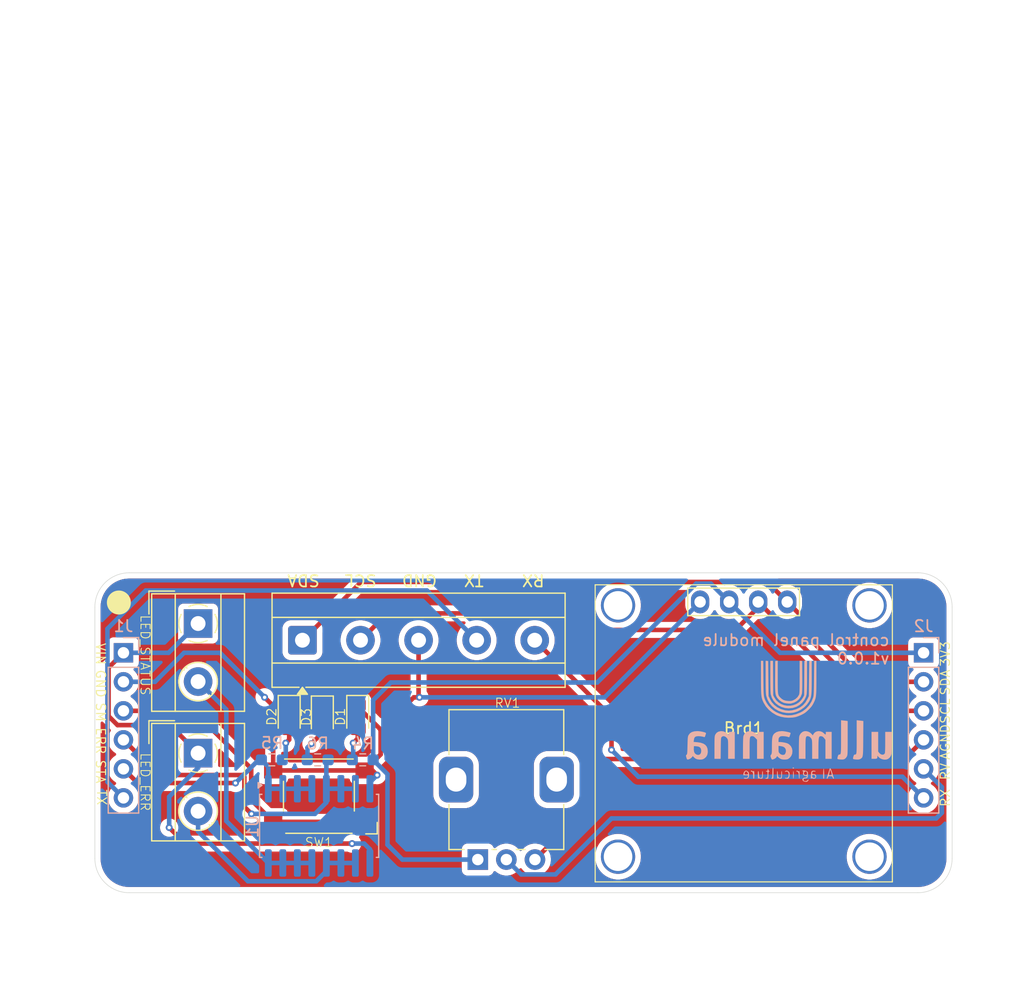
<source format=kicad_pcb>
(kicad_pcb (version 20241229) (generator "pcbnew") (generator_version "9.0")
  (layers (0 "F.Cu" signal) (2 "B.Cu" signal) (13 "F.Paste" user) (15 "B.Paste" user) (5 "F.SilkS" user "F.Silkscreen") (7 "B.SilkS" user "B.Silkscreen") (1 "F.Mask" user) (3 "B.Mask" user) (25 "Edge.Cuts" user))
  (net 0 "")
  (net 1 "+3.3V")
  (net 2 "/Communication/SDA")
  (net 3 "/Communication/SCL")
  (net 4 "GND")
  (net 5 "Net-(D1-A)")
  (net 6 "Net-(D2-A)")
  (net 7 "Net-(D3-A)")
  (net 8 "/Indicators/STATUS")
  (net 9 "/Communication/TX")
  (net 10 "/Buttons/SW_MODE")
  (net 11 "+Vin")
  (net 12 "/Indicators/ERR")
  (net 13 "/Communication/RX")
  (net 14 "/Buttons/RV_SPEED")
  (net 15 "AGND")
  (net 16 "Net-(J3-Pin_2)")
  (net 17 "Net-(J4-Pin_2)")
  (footprint "LED_SMD:LED_0805_2012Metric_Pad1.15x1.40mm_HandSolder" (layer "F.Cu") (at 86.5 62.6 -90)
    (property "Reference" "D1" (at 0 1.525 270) (layer "F.SilkS") (effects (font (size 0.8 0.8) (thickness 0.1))))
    (property "Value" "LED_GREEN")
    (pad "1" smd roundrect (at -1.025 0 270) (size 1.15 1.4) (layers "F.Cu" "F.Mask" "F.Paste") (roundrect_rratio 0.217391) (net 4 "GND"))
    (pad "2" smd roundrect (at 1.025 0 270) (size 1.15 1.4) (layers "F.Cu" "F.Mask" "F.Paste") (roundrect_rratio 0.217391) (net 5 "Net-(D1-A)"))
  )
  (footprint "LED_SMD:LED_0805_2012Metric_Pad1.15x1.40mm_HandSolder" (layer "F.Cu") (at 80.5 62.6 -90)
    (property "Reference" "D2" (at 0 1.525 270) (layer "F.SilkS") (effects (font (size 0.8 0.8) (thickness 0.1))))
    (property "Value" "LED_ORANGE")
    (pad "1" smd roundrect (at -1.025 0 270) (size 1.15 1.4) (layers "F.Cu" "F.Mask" "F.Paste") (roundrect_rratio 0.217391) (net 4 "GND"))
    (pad "2" smd roundrect (at 1.025 0 270) (size 1.15 1.4) (layers "F.Cu" "F.Mask" "F.Paste") (roundrect_rratio 0.217391) (net 6 "Net-(D2-A)"))
  )
  (footprint "TerminalBlock_MetzConnect:TerminalBlock_MetzConnect_Type101_RT01602HBWC_1x02_P5.08mm_Horizontal" (layer "F.Cu") (at 72.53 65.785 -90)
    (property "Reference" "J4" (hide yes))
    (property "Value" "1x3 5.08")
    (pad "1" thru_hole rect (at 0 0 270) (size 2.5 2.5) (drill 1.3) (layers "*.Cu" "*.Mask") (net 11 "+Vin"))
    (pad "2" thru_hole circle (at 5.08 0 270) (size 2.5 2.5) (drill 1.3) (layers "*.Cu" "*.Mask") (net 17 "Net-(J4-Pin_2)"))
  )
  (footprint "SSD1306_CPM:128x64OLED" (layer "F.Cu") (at 120.27 63.35)
    (property "Reference" "Brd1" (at 0 0.254 0) (layer "F.SilkS"))
    (property "Value" "SSD1306")
    (pad "" np_thru_hole circle (at -11 -10.5) (size 3 3) (drill 2.5) (layers "*.Cu" "*.Mask"))
    (pad "" np_thru_hole circle (at -11 11.5) (size 3 3) (drill 2.5) (layers "*.Cu" "*.Mask"))
    (pad "" np_thru_hole circle (at 11 -10.5) (size 3 3) (drill 2.5) (layers "*.Cu" "*.Mask"))
    (pad "" np_thru_hole circle (at 11 11.5) (size 3 3) (drill 2.5) (layers "*.Cu" "*.Mask"))
    (pad "1" thru_hole oval (at -3.82 -10.802 90) (size 2 1.6) (drill 1) (layers "*.Cu" "*.Mask") (net 4 "GND"))
    (pad "2" thru_hole oval (at -1.28 -10.802 90) (size 2 1.6) (drill 1) (layers "*.Cu" "*.Mask") (net 1 "+3.3V"))
    (pad "3" thru_hole oval (at 1.26 -10.802 90) (size 2 1.6) (drill 1) (layers "*.Cu" "*.Mask") (net 3 "/Communication/SCL"))
    (pad "4" thru_hole oval (at 3.8 -10.802 90) (size 2 1.6) (drill 1) (layers "*.Cu" "*.Mask") (net 2 "/Communication/SDA"))
  )
  (footprint "TerminalBlock_MetzConnect:TerminalBlock_MetzConnect_Type101_RT01602HBWC_1x02_P5.08mm_Horizontal" (layer "F.Cu") (at 72.53 54.44 -90)
    (property "Reference" "J3" (hide yes))
    (property "Value" "1x2 5.08")
    (pad "1" thru_hole rect (at 0 0 270) (size 2.5 2.5) (drill 1.3) (layers "*.Cu" "*.Mask") (net 11 "+Vin"))
    (pad "2" thru_hole circle (at 5.08 0 270) (size 2.5 2.5) (drill 1.3) (layers "*.Cu" "*.Mask") (net 16 "Net-(J3-Pin_2)"))
  )
  (footprint "Potentiometer_THT:Potentiometer_Alps_RK09K_Single_Vertical" (layer "F.Cu") (at 97 75.1 90)
    (property "Reference" "RV1" (at 13.7 2.6 0) (layer "F.SilkS") (effects (font (size 0.8 0.8) (thickness 0.08))))
    (property "Value" "100k")
    (pad "1" thru_hole rect (at 0 0 90) (size 1.8 1.8) (drill 1) (layers "*.Cu" "*.Mask") (net 1 "+3.3V"))
    (pad "2" thru_hole circle (at 0 2.5 90) (size 1.8 1.8) (drill 1) (layers "*.Cu" "*.Mask") (net 14 "/Buttons/RV_SPEED"))
    (pad "3" thru_hole circle (at 0 5 90) (size 1.8 1.8) (drill 1) (layers "*.Cu" "*.Mask") (net 15 "AGND"))
    (pad "MP" thru_hole roundrect (at 7 -1.9 90) (size 4 3) (drill oval 2.1 1.8) (layers "*.Cu" "*.Mask"))
    (pad "MP" thru_hole roundrect (at 7 6.9 90) (size 4 3) (drill oval 2.1 1.8) (layers "*.Cu" "*.Mask"))
  )
  (footprint "Button_Switch_SMD:SW_SPST_Omron_B3FS-105xP" (layer "F.Cu") (at 83.1 69.55 180)
    (property "Reference" "SW1" (at 0 -4.05 0) (layer "F.SilkS") (effects (font (size 0.8 0.8) (thickness 0.08))))
    (property "Value" "BTN")
    (pad "1" smd rect (at -4 -2.25) (size 1.6 1.4) (layers "F.Cu" "F.Mask" "F.Paste") (net 10 "/Buttons/SW_MODE"))
    (pad "1" smd rect (at 4 -2.25) (size 1.6 1.4) (layers "F.Cu" "F.Mask" "F.Paste") (net 10 "/Buttons/SW_MODE"))
    (pad "2" smd rect (at -4 2.25) (size 1.6 1.4) (layers "F.Cu" "F.Mask" "F.Paste") (net 4 "GND"))
    (pad "2" smd rect (at 4 2.25) (size 1.6 1.4) (layers "F.Cu" "F.Mask" "F.Paste") (net 4 "GND"))
  )
  (footprint "TerminalBlock_MetzConnect:TerminalBlock_MetzConnect_Type101_RT01605HBWC_1x05_P5.08mm_Horizontal" (layer "F.Cu") (at 81.66 55.9)
    (property "Reference" "J5" (hide yes))
    (property "Value" "1x5 5.08")
    (pad "1" thru_hole roundrect (at 0 0) (size 2.5 2.5) (drill 1.3) (layers "*.Cu" "*.Mask") (roundrect_rratio 0.1) (net 2 "/Communication/SDA"))
    (pad "2" thru_hole circle (at 5.08 0) (size 2.5 2.5) (drill 1.3) (layers "*.Cu" "*.Mask") (net 3 "/Communication/SCL"))
    (pad "3" thru_hole circle (at 10.16 0) (size 2.5 2.5) (drill 1.3) (layers "*.Cu" "*.Mask") (net 4 "GND"))
    (pad "4" thru_hole circle (at 15.24 0) (size 2.5 2.5) (drill 1.3) (layers "*.Cu" "*.Mask") (net 9 "/Communication/TX"))
    (pad "5" thru_hole circle (at 20.32 0) (size 2.5 2.5) (drill 1.3) (layers "*.Cu" "*.Mask") (net 13 "/Communication/RX"))
  )
  (footprint "LED_SMD:LED_0805_2012Metric_Pad1.15x1.40mm_HandSolder" (layer "F.Cu") (at 83.4 62.645 -90)
    (property "Reference" "D3" (at -0.02 1.4 270) (layer "F.SilkS") (effects (font (size 0.8 0.8) (thickness 0.1))))
    (property "Value" "LED_RED")
    (pad "1" smd roundrect (at -1.025 0 270) (size 1.15 1.4) (layers "F.Cu" "F.Mask" "F.Paste") (roundrect_rratio 0.217391) (net 4 "GND"))
    (pad "2" smd roundrect (at 1.025 0 270) (size 1.15 1.4) (layers "F.Cu" "F.Mask" "F.Paste") (roundrect_rratio 0.217391) (net 7 "Net-(D3-A)"))
  )
  (footprint "Connector_PinHeader_2.54mm:PinHeader_1x06_P2.54mm_Vertical" (layer "B.Cu") (at 66 57 180)
    (property "Reference" "J1" (at 0 2.33 0) (layer "B.SilkS") (effects (justify mirror)))
    (property "Value" "1x6 2.54")
    (pad "1" thru_hole rect (at 0 0 180) (size 1.7 1.7) (drill 1) (layers "*.Cu" "*.Mask") (net 11 "+Vin"))
    (pad "2" thru_hole oval (at 0 -2.54 180) (size 1.7 1.7) (drill 1) (layers "*.Cu" "*.Mask") (net 4 "GND"))
    (pad "3" thru_hole oval (at 0 -5.08 180) (size 1.7 1.7) (drill 1) (layers "*.Cu" "*.Mask") (net 10 "/Buttons/SW_MODE"))
    (pad "4" thru_hole oval (at 0 -7.62 180) (size 1.7 1.7) (drill 1) (layers "*.Cu" "*.Mask") (net 12 "/Indicators/ERR"))
    (pad "5" thru_hole oval (at 0 -10.16 180) (size 1.7 1.7) (drill 1) (layers "*.Cu" "*.Mask") (net 8 "/Indicators/STATUS"))
    (pad "6" thru_hole oval (at 0 -12.7 180) (size 1.7 1.7) (drill 1) (layers "*.Cu" "*.Mask") (net 9 "/Communication/TX"))
  )
  (footprint "Resistor_SMD:R_0603_1608Metric_Pad0.98x0.95mm_HandSolder" (layer "B.Cu") (at 78.9775 66.37)
    (property "Reference" "R5" (at 0.0225 -1.47 0) (layer "B.SilkS") (effects (justify mirror)))
    (property "Value" "1k")
    (pad "1" smd roundrect (at -0.9125 0) (size 0.975 0.95) (layers "B.Cu" "B.Mask" "B.Paste") (net 8 "/Indicators/STATUS"))
    (pad "2" smd roundrect (at 0.9125 0) (size 0.975 0.95) (layers "B.Cu" "B.Mask" "B.Paste") (net 6 "Net-(D2-A)"))
  )
  (footprint "Connector_PinHeader_2.54mm:PinHeader_1x06_P2.54mm_Vertical" (layer "B.Cu") (at 136 57 180)
    (property "Reference" "J2" (at 0 2.33 0) (layer "B.SilkS") (effects (justify mirror)))
    (property "Value" "1x6 2.54")
    (pad "1" thru_hole rect (at 0 0 180) (size 1.7 1.7) (drill 1) (layers "*.Cu" "*.Mask") (net 1 "+3.3V"))
    (pad "2" thru_hole oval (at 0 -2.54 180) (size 1.7 1.7) (drill 1) (layers "*.Cu" "*.Mask") (net 2 "/Communication/SDA"))
    (pad "3" thru_hole oval (at 0 -5.08 180) (size 1.7 1.7) (drill 1) (layers "*.Cu" "*.Mask") (net 3 "/Communication/SCL"))
    (pad "4" thru_hole oval (at 0 -7.62 180) (size 1.7 1.7) (drill 1) (layers "*.Cu" "*.Mask") (net 15 "AGND"))
    (pad "5" thru_hole oval (at 0 -10.16 180) (size 1.7 1.7) (drill 1) (layers "*.Cu" "*.Mask") (net 14 "/Buttons/RV_SPEED"))
    (pad "6" thru_hole oval (at 0 -12.7 180) (size 1.7 1.7) (drill 1) (layers "*.Cu" "*.Mask") (net 13 "/Communication/RX"))
  )
  (footprint "Resistor_SMD:R_0603_1608Metric_Pad0.98x0.95mm_HandSolder" (layer "B.Cu") (at 82.9925 66.37 180)
    (property "Reference" "R6" (at 0 1.43 0) (layer "B.SilkS") (effects (justify mirror)))
    (property "Value" "1k")
    (pad "1" smd roundrect (at -0.9125 0 180) (size 0.975 0.95) (layers "B.Cu" "B.Mask" "B.Paste") (net 12 "/Indicators/ERR"))
    (pad "2" smd roundrect (at 0.9125 0 180) (size 0.975 0.95) (layers "B.Cu" "B.Mask" "B.Paste") (net 7 "Net-(D3-A)"))
  )
  (footprint "LOGO" (layer "B.Cu") (at 124.2 63 180)
    (property "Reference" "G***" (hide yes))
    (property "Value" "LOGO" (hide yes))
  )
  (footprint "Resistor_SMD:R_0603_1608Metric_Pad0.98x0.95mm_HandSolder" (layer "B.Cu") (at 86.9325 66.37 180)
    (property "Reference" "R4" (at 0 1.43 0) (layer "B.SilkS") (effects (justify mirror)))
    (property "Value" "1k")
    (pad "1" smd roundrect (at -0.9125 0 180) (size 0.975 0.95) (layers "B.Cu" "B.Mask" "B.Paste") (net 1 "+3.3V"))
    (pad "2" smd roundrect (at 0.9125 0 180) (size 0.975 0.95) (layers "B.Cu" "B.Mask" "B.Paste") (net 5 "Net-(D1-A)"))
  )
  (footprint "Package_SO:SOIC-16W_5.3x10.2mm_P1.27mm" (layer "B.Cu") (at 83.1175 72.15 -90)
    (property "Reference" "U1" (at 0.05 5.8175 90) (layer "B.SilkS") (effects (justify mirror)))
    (property "Value" "ULN2004A")
    (pad "1" smd roundrect (at -3.25 4.445 270) (size 2.4 0.6) (layers "B.Cu" "B.Mask" "B.Paste") (net 8 "/Indicators/STATUS"))
    (pad "2" smd roundrect (at -3.25 3.175 270) (size 2.4 0.6) (layers "B.Cu" "B.Mask" "B.Paste") (net 8 "/Indicators/STATUS"))
    (pad "3" smd roundrect (at -3.25 1.905 270) (size 2.4 0.6) (layers "B.Cu" "B.Mask" "B.Paste") (net 8 "/Indicators/STATUS"))
    (pad "4" smd roundrect (at -3.25 0.635 270) (size 2.4 0.6) (layers "B.Cu" "B.Mask" "B.Paste") (net 8 "/Indicators/STATUS"))
    (pad "5" smd roundrect (at -3.25 -0.635 270) (size 2.4 0.6) (layers "B.Cu" "B.Mask" "B.Paste") (net 12 "/Indicators/ERR"))
    (pad "6" smd roundrect (at -3.25 -1.905 270) (size 2.4 0.6) (layers "B.Cu" "B.Mask" "B.Paste") (net 12 "/Indicators/ERR"))
    (pad "7" smd roundrect (at -3.25 -3.175 270) (size 2.4 0.6) (layers "B.Cu" "B.Mask" "B.Paste") (net 12 "/Indicators/ERR"))
    (pad "8" smd roundrect (at -3.25 -4.445 270) (size 2.4 0.6) (layers "B.Cu" "B.Mask" "B.Paste") (net 4 "GND"))
    (pad "9" smd roundrect (at 3.25 -4.445 270) (size 2.4 0.6) (layers "B.Cu" "B.Mask" "B.Paste") (net 11 "+Vin"))
    (pad "10" smd roundrect (at 3.25 -3.175 270) (size 2.4 0.6) (layers "B.Cu" "B.Mask" "B.Paste") (net 17 "Net-(J4-Pin_2)"))
    (pad "11" smd roundrect (at 3.25 -1.905 270) (size 2.4 0.6) (layers "B.Cu" "B.Mask" "B.Paste") (net 17 "Net-(J4-Pin_2)"))
    (pad "12" smd roundrect (at 3.25 -0.635 270) (size 2.4 0.6) (layers "B.Cu" "B.Mask" "B.Paste") (net 17 "Net-(J4-Pin_2)"))
    (pad "13" smd roundrect (at 3.25 0.635 270) (size 2.4 0.6) (layers "B.Cu" "B.Mask" "B.Paste") (net 16 "Net-(J3-Pin_2)"))
    (pad "14" smd roundrect (at 3.25 1.905 270) (size 2.4 0.6) (layers "B.Cu" "B.Mask" "B.Paste") (net 16 "Net-(J3-Pin_2)"))
    (pad "15" smd roundrect (at 3.25 3.175 270) (size 2.4 0.6) (layers "B.Cu" "B.Mask" "B.Paste") (net 16 "Net-(J3-Pin_2)"))
    (pad "16" smd roundrect (at 3.25 4.445 270) (size 2.4 0.6) (layers "B.Cu" "B.Mask" "B.Paste") (net 16 "Net-(J3-Pin_2)"))
  )
  (gr_circle (center 65.6 52.6) (end 66.6 52.6) (stroke (width 0.1)) (fill yes) (layer "F.SilkS"))
  (gr_arc (start 135.5 50) (mid 137.62132 50.87868) (end 138.5 53) (stroke (width 0.05)) (layer "Edge.Cuts"))
  (gr_line (start 138.5 75) (end 138.5 53) (stroke (width 0.05)) (layer "Edge.Cuts"))
  (gr_line (start 63.5 53) (end 63.5 75) (stroke (width 0.05)) (layer "Edge.Cuts"))
  (gr_line (start 66.5 78) (end 135.5 78) (stroke (width 0.05)) (layer "Edge.Cuts"))
  (gr_arc (start 66.5 78) (mid 64.37868 77.12132) (end 63.5 75) (stroke (width 0.05)) (layer "Edge.Cuts"))
  (gr_arc (start 63.5 53) (mid 64.37868 50.87868) (end 66.5 50) (stroke (width 0.05)) (layer "Edge.Cuts"))
  (gr_arc (start 138.5 75) (mid 137.62132 77.12132) (end 135.5 78) (stroke (width 0.05)) (layer "Edge.Cuts"))
  (gr_line (start 135.5 50) (end 66.5 50) (stroke (width 0.05)) (layer "Edge.Cuts"))
  (gr_text "STA" (at 64 67.4 270) (layer "F.SilkS") (effects (font (size 0.8 0.8) (thickness 0.1))))
  (gr_text "SM" (at 64 62.2 270) (layer "F.SilkS") (effects (font (size 0.8 0.8) (thickness 0.1))))
  (gr_text "SDA" (at 81.75 50.65 180) (layer "F.SilkS") (effects (font (size 1 1))))
  (gr_text "LED_STATUS" (at 67.9 57.2 270) (layer "F.SilkS") (effects (font (size 0.8 0.8) (thickness 0.08))))
  (gr_text "RX" (at 137.9 69.7 90) (layer "F.SilkS") (effects (font (size 0.8 0.8) (thickness 0.1))))
  (gr_text "LED_ERR" (at 67.9 68.3 270) (layer "F.SilkS") (effects (font (size 0.8 0.8) (thickness 0.08))))
  (gr_text "SCL" (at 86.75 50.65 180) (layer "F.SilkS") (effects (font (size 1 1))))
  (gr_text "RX" (at 101.85 50.65 180) (layer "F.SilkS") (effects (font (size 1 1))))
  (gr_text "SCL" (at 137.9 62.1 90) (layer "F.SilkS") (effects (font (size 0.8 0.8) (thickness 0.1))))
  (gr_text "GND" (at 91.9 50.65 180) (layer "F.SilkS") (effects (font (size 1 1))))
  (gr_text "GND" (at 64 59.7 270) (layer "F.SilkS") (effects (font (size 0.8 0.8) (thickness 0.1))))
  (gr_text "RV" (at 137.9 67.4 90) (layer "F.SilkS") (effects (font (size 0.8 0.8) (thickness 0.1))))
  (gr_text "VIN" (at 64 57.1 270) (layer "F.SilkS") (effects (font (size 0.8 0.8) (thickness 0.1))))
  (gr_text "TX" (at 96.65 50.65 180) (layer "F.SilkS") (effects (font (size 1 1))))
  (gr_text "TX" (at 64.1 69.65 270) (layer "F.SilkS") (effects (font (size 0.8 0.8) (thickness 0.1))))
  (gr_text "AGND" (at 137.9 64.8 90) (layer "F.SilkS") (effects (font (size 0.8 0.8) (thickness 0.1))))
  (gr_text "SDA" (at 137.9 59.6 90) (layer "F.SilkS") (effects (font (size 0.8 0.8) (thickness 0.1))))
  (gr_text "ERR" (at 64 64.7 270) (layer "F.SilkS") (effects (font (size 0.8 0.8) (thickness 0.1))))
  (gr_text "3V3" (at 137.9 57.1 90) (layer "F.SilkS") (effects (font (size 0.8 0.8) (thickness 0.1))))
  (gr_text "control panel module\nv1.0.0" (at 133.1 56.7 0) (layer "B.SilkS") (effects (font (size 1 1)) (justify left mirror)))
  (segment (start 89.1 73.8) (end 90.4 75.1) (width 0.4) (layer "B.Cu") (net 1))
  (segment (start 107.45 59.6) (end 89.39 59.6) (width 0.4) (layer "B.Cu") (net 1))
  (segment (start 117.392 50.95) (end 116.1 50.95) (width 0.4) (layer "B.Cu") (net 1))
  (segment (start 89.39 59.6) (end 87.845 61.145) (width 0.4) (layer "B.Cu") (net 1))
  (segment (start 136 57) (end 123.442 57) (width 0.4) (layer "B.Cu") (net 1))
  (segment (start 123.442 57) (end 118.99 52.548) (width 0.4) (layer "B.Cu") (net 1))
  (segment (start 116.1 50.95) (end 107.45 59.6) (width 0.4) (layer "B.Cu") (net 1))
  (segment (start 87.845 66.37) (end 89.1 67.625) (width 0.4) (layer "B.Cu") (net 1))
  (segment (start 118.99 52.548) (end 117.392 50.95) (width 0.4) (layer "B.Cu") (net 1))
  (segment (start 87.845 66.37) (end 87.845 61.145) (width 0.4) (layer "B.Cu") (net 1))
  (segment (start 89.1 67.625) (end 89.1 73.8) (width 0.4) (layer "B.Cu") (net 1))
  (segment (start 90.4 75.1) (end 97 75.1) (width 0.4) (layer "B.Cu") (net 1))
  (segment (start 81.7 55.9) (end 81.66 55.9) (width 0.4) (layer "F.Cu") (net 2))
  (segment (start 124.07 52.548) (end 122.322 50.8) (width 0.4) (layer "F.Cu") (net 2))
  (segment (start 122.322 50.8) (end 86.8 50.8) (width 0.4) (layer "F.Cu") (net 2))
  (segment (start 131.04 59.54) (end 136 59.54) (width 0.4) (layer "F.Cu") (net 2))
  (segment (start 130.6 59.1) (end 131.04 59.54) (width 0.4) (layer "F.Cu") (net 2))
  (segment (start 124.07 52.548) (end 130.6 59.078) (width 0.4) (layer "F.Cu") (net 2))
  (segment (start 86.8 50.8) (end 81.7 55.9) (width 0.4) (layer "F.Cu") (net 2))
  (segment (start 130.6 59.078) (end 130.6 59.1) (width 0.4) (layer "F.Cu") (net 2))
  (segment (start 121.53 52.548) (end 121.53 53.02) (width 0.4) (layer "F.Cu") (net 3))
  (segment (start 106.65 55) (end 105.2 53.55) (width 0.4) (layer "F.Cu") (net 3))
  (segment (start 121.53 53.02) (end 119.55 55) (width 0.4) (layer "F.Cu") (net 3))
  (segment (start 89.09 53.55) (end 86.74 55.9) (width 0.4) (layer "F.Cu") (net 3))
  (segment (start 136 62.08) (end 131.062 62.08) (width 0.4) (layer "F.Cu") (net 3))
  (segment (start 105.2 53.55) (end 89.09 53.55) (width 0.4) (layer "F.Cu") (net 3))
  (segment (start 131.062 62.08) (end 121.53 52.548) (width 0.4) (layer "F.Cu") (net 3))
  (segment (start 119.55 55) (end 106.65 55) (width 0.4) (layer "F.Cu") (net 3))
  (segment (start 87.78505 67.3) (end 88.192525 67.707475) (width 0.4) (layer "F.Cu") (net 4))
  (segment (start 87.1 67.3) (end 88.5 65.9) (width 0.4) (layer "F.Cu") (net 4))
  (segment (start 78.35 60.9) (end 79.425 61.975) (width 0.4) (layer "F.Cu") (net 4))
  (segment (start 86.5 61.725) (end 83.445 61.725) (width 0.4) (layer "F.Cu") (net 4))
  (segment (start 88.5 63.725) (end 86.5 61.725) (width 0.4) (layer "F.Cu") (net 4))
  (segment (start 80.5 61.725) (end 79.875 61.725) (width 0.4) (layer "F.Cu") (net 4))
  (segment (start 87.1 67.3) (end 87.78505 67.3) (width 0.4) (layer "F.Cu") (net 4))
  (segment (start 79.1 67.3) (end 87.1 67.3) (width 0.4) (layer "F.Cu") (net 4))
  (segment (start 91.82 60.82) (end 91.82 55.9) (width 0.4) (layer "F.Cu") (net 4))
  (segment (start 91.4 60.9) (end 91.9 60.9) (width 0.4) (layer "F.Cu") (net 4))
  (segment (start 79.425 62.175) (end 79.1 62.5) (width 0.4) (layer "F.Cu") (net 4))
  (segment (start 88.5 65.9) (end 88.5 63.8) (width 0.4) (layer "F.Cu") (net 4))
  (segment (start 91.9 60.9) (end 91.82 60.82) (width 0.4) (layer "F.Cu") (net 4))
  (segment (start 79.1 62.5) (end 79.1 67.3) (width 0.4) (layer "F.Cu") (net 4))
  (segment (start 79.875 61.725) (end 79.425 62.175) (width 0.4) (layer "F.Cu") (net 4))
  (segment (start 88.5 63.8) (end 91.4 60.9) (width 0.4) (layer "F.Cu") (net 4))
  (segment (start 79.425 61.975) (end 79.425 62.175) (width 0.4) (layer "F.Cu") (net 4))
  (segment (start 88.5 63.8) (end 88.5 63.725) (width 0.4) (layer "F.Cu") (net 4))
  (segment (start 80.5 61.725) (end 83.355 61.725) (width 0.4) (layer "F.Cu") (net 4))
  (segment (start 83.445 61.725) (end 83.4 61.77) (width 0.4) (layer "F.Cu") (net 4))
  (segment (start 83.355 61.725) (end 83.4 61.77) (width 0.4) (layer "F.Cu") (net 4))
  (via (at 91.9 60.9) (size 0.6) (drill 0.3) (layers "F.Cu" "B.Cu") (net 4))
  (via (at 88.192525 67.707475) (size 0.6) (drill 0.3) (layers "F.Cu" "B.Cu") (net 4))
  (via (at 78.35 60.9) (size 0.6) (drill 0.3) (layers "F.Cu" "B.Cu") (net 4))
  (segment (start 87.5625 68.9) (end 87.5625 68.3375) (width 0.4) (layer "B.Cu") (net 4))
  (segment (start 87.5625 68.3375) (end 88.192525 67.707475) (width 0.4) (layer "B.Cu") (net 4))
  (segment (start 68.76 59.54) (end 71.3 57) (width 0.4) (layer "B.Cu") (net 4))
  (segment (start 91.9 60.9) (end 108.098 60.9) (width 0.4) (layer "B.Cu") (net 4))
  (segment (start 74.45 57) (end 78.35 60.9) (width 0.4) (layer "B.Cu") (net 4))
  (segment (start 71.3 57) (end 74.45 57) (width 0.4) (layer "B.Cu") (net 4))
  (segment (start 66 59.54) (end 68.76 59.54) (width 0.4) (layer "B.Cu") (net 4))
  (segment (start 108.098 60.9) (end 116.45 52.548) (width 0.4) (layer "B.Cu") (net 4))
  (segment (start 86.5 64.5) (end 86.1 64.9) (width 0.4) (layer "F.Cu") (net 5))
  (segment (start 86.5 63.475) (end 86.5 64.5) (width 0.4) (layer "F.Cu") (net 5))
  (via (at 86.1 64.9) (size 0.6) (drill 0.3) (layers "F.Cu" "B.Cu") (net 5))
  (segment (start 86.1 66.29) (end 86.02 66.37) (width 0.4) (layer "B.Cu") (net 5))
  (segment (start 86.1 64.9) (end 86.1 66.29) (width 0.4) (layer "B.Cu") (net 5))
  (segment (start 80.5 63.475) (end 80.5 64.6) (width 0.4) (layer "F.Cu") (net 6))
  (segment (start 80.5 64.6) (end 80.2 64.9) (width 0.4) (layer "F.Cu") (net 6))
  (via (at 80.2 64.9) (size 0.6) (drill 0.3) (layers "F.Cu" "B.Cu") (net 6))
  (segment (start 80.2 66.06) (end 79.89 66.37) (width 0.4) (layer "B.Cu") (net 6))
  (segment (start 80.2 64.9) (end 80.2 66.06) (width 0.4) (layer "B.Cu") (net 6))
  (segment (start 82.45 64.95) (end 83.4 64) (width 0.4) (layer "F.Cu") (net 7))
  (segment (start 83.4 64) (end 83.4 63.52) (width 0.4) (layer "F.Cu") (net 7))
  (via (at 82.45 64.95) (size 0.6) (drill 0.3) (layers "F.Cu" "B.Cu") (net 7))
  (segment (start 82.1 66.35) (end 82.08 66.37) (width 0.4) (layer "B.Cu") (net 7))
  (segment (start 82.45 64.95) (end 82.1 65.3) (width 0.4) (layer "B.Cu") (net 7))
  (segment (start 82.1 65.3) (end 82.1 66.35) (width 0.4) (layer "B.Cu") (net 7))
  (segment (start 67.24 68.4) (end 66 67.16) (width 0.4) (layer "F.Cu") (net 8))
  (segment (start 75.8 68.4) (end 67.24 68.4) (width 0.4) (layer "F.Cu") (net 8))
  (via (at 75.8 68.4) (size 0.6) (drill 0.3) (layers "F.Cu" "B.Cu") (net 8))
  (segment (start 77.83 66.37) (end 75.8 68.4) (width 0.4) (layer "B.Cu") (net 8))
  (segment (start 78.6725 68.9) (end 78.6725 66.9775) (width 0.4) (layer "B.Cu") (net 8))
  (segment (start 78.6725 66.9775) (end 78.065 66.37) (width 0.4) (layer "B.Cu") (net 8))
  (segment (start 79.9425 68.9) (end 81.2125 68.9) (width 0.4) (layer "B.Cu") (net 8))
  (segment (start 78.6725 68.9) (end 79.9425 68.9) (width 0.4) (layer "B.Cu") (net 8))
  (segment (start 78.065 66.37) (end 77.83 66.37) (width 0.4) (layer "B.Cu") (net 8))
  (segment (start 81.2125 68.9) (end 82.4825 68.9) (width 0.4) (layer "B.Cu") (net 8))
  (segment (start 96.9 55.9) (end 92.55 51.55) (width 0.4) (layer "B.Cu") (net 9))
  (segment (start 64.6 54.9) (end 64.6 68.3) (width 0.4) (layer "B.Cu") (net 9))
  (segment (start 92.55 51.55) (end 67.95 51.55) (width 0.4) (layer "B.Cu") (net 9))
  (segment (start 67.95 51.55) (end 64.6 54.9) (width 0.4) (layer "B.Cu") (net 9))
  (segment (start 64.6 68.3) (end 66 69.7) (width 0.4) (layer "B.Cu") (net 9))
  (segment (start 79.1 71.8) (end 87.1 71.8) (width 0.4) (layer "F.Cu") (net 10))
  (segment (start 77.1775 67.1305) (end 72.127 62.08) (width 0.4) (layer "F.Cu") (net 10))
  (segment (start 72.127 62.08) (end 66 62.08) (width 0.4) (layer "F.Cu") (net 10))
  (segment (start 79.1 71.8) (end 77.1775 69.8775) (width 0.4) (layer "F.Cu") (net 10))
  (segment (start 77.1775 69.8775) (end 77.1775 67.1305) (width 0.4) (layer "F.Cu") (net 10))
  (segment (start 64.7 62.547767) (end 64.7 58.3) (width 0.4) (layer "F.Cu") (net 11))
  (segment (start 64.7 58.3) (end 66 57) (width 0.4) (layer "F.Cu") (net 11))
  (segment (start 65.482233 63.33) (end 64.7 62.547767) (width 0.4) (layer "F.Cu") (net 11))
  (segment (start 70 72.3) (end 71.4 73.7) (width 0.4) (layer "F.Cu") (net 11))
  (segment (start 70.075 63.33) (end 65.482233 63.33) (width 0.4) (layer "F.Cu") (net 11))
  (segment (start 71.4 73.7) (end 86 73.7) (width 0.4) (layer "F.Cu") (net 11))
  (segment (start 72.53 65.785) (end 70.075 63.33) (width 0.4) (layer "F.Cu") (net 11))
  (via (at 86 73.7) (size 0.6) (drill 0.3) (layers "F.Cu" "B.Cu") (net 11))
  (via (at 70 72.3) (size 0.6) (drill 0.3) (layers "F.Cu" "B.Cu") (net 11))
  (segment (start 66 57) (end 69.95 57) (width 0.4) (layer "B.Cu") (net 11))
  (segment (start 70 71.3) (end 70 72.3) (width 0.4) (layer "B.Cu") (net 11))
  (segment (start 86 73.7) (end 87.062499 73.7) (width 0.4) (layer "B.Cu") (net 11))
  (segment (start 70 69.6) (end 70 71.3) (width 0.4) (layer "B.Cu") (net 11))
  (segment (start 72.53 65.785) (end 72.53 67.07) (width 0.4) (layer "B.Cu") (net 11))
  (segment (start 87.5625 76.111974) (end 87.5625 75.4) (width 0.4) (layer "B.Cu") (net 11))
  (segment (start 87.5625 74.200001) (end 87.5625 75.4) (width 0.4) (layer "B.Cu") (net 11))
  (segment (start 69.95 57) (end 72.53 54.42) (width 0.4) (layer "B.Cu") (net 11))
  (segment (start 72.53 67.07) (end 70 69.6) (width 0.4) (layer "B.Cu") (net 11))
  (segment (start 87.062499 73.7) (end 87.5625 74.200001) (width 0.4) (layer "B.Cu") (net 11))
  (segment (start 66 64.62) (end 69.08 67.7) (width 0.4) (layer "F.Cu") (net 12))
  (segment (start 76.4 67.7) (end 76.5775 67.8775) (width 0.4) (layer "F.Cu") (net 12))
  (segment (start 76.5775 67.8775) (end 76.5775 70.4775) (width 0.4) (layer "F.Cu") (net 12))
  (segment (start 76.5775 70.4775) (end 77.2 71.1) (width 0.4) (layer "F.Cu") (net 12))
  (segment (start 69.08 67.7) (end 76.4 67.7) (width 0.4) (layer "F.Cu") (net 12))
  (via (at 77.2 71.1) (size 0.6) (drill 0.3) (layers "F.Cu" "B.Cu") (net 12))
  (segment (start 85.0225 68.9) (end 86.2925 68.9) (width 0.4) (layer "B.Cu") (net 12))
  (segment (start 83.7525 68.9) (end 83.7525 66.5225) (width 0.4) (layer "B.Cu") (net 12))
  (segment (start 83.7525 68.9) (end 85.0225 68.9) (width 0.4) (layer "B.Cu") (net 12))
  (segment (start 77.2 71.1) (end 82.752499 71.1) (width 0.4) (layer "B.Cu") (net 12))
  (segment (start 83.7525 66.5225) (end 83.905 66.37) (width 0.4) (layer "B.Cu") (net 12))
  (segment (start 83.7525 70.099999) (end 83.7525 68.9) (width 0.4) (layer "B.Cu") (net 12))
  (segment (start 82.752499 71.1) (end 83.7525 70.099999) (width 0.4) (layer "B.Cu") (net 12))
  (segment (start 108.7 62.62) (end 108.7 65.5) (width 0.4) (layer "F.Cu") (net 13))
  (segment (start 101.98 55.9) (end 108.7 62.62) (width 0.4) (layer "F.Cu") (net 13))
  (via (at 108.7 65.5) (size 0.6) (drill 0.3) (layers "F.Cu" "B.Cu") (net 13))
  (segment (start 111.05 67.85) (end 134.15 67.85) (width 0.4) (layer "B.Cu") (net 13))
  (segment (start 134.15 67.85) (end 136 69.7) (width 0.4) (layer "B.Cu") (net 13))
  (segment (start 108.7 65.5) (end 111.05 67.85) (width 0.4) (layer "B.Cu") (net 13))
  (segment (start 137.6 71) (end 137.1 71.5) (width 0.4) (layer "B.Cu") (net 14))
  (segment (start 103.799 76.401) (end 100.801 76.401) (width 0.4) (layer "B.Cu") (net 14))
  (segment (start 136 67.16) (end 137.6 68.76) (width 0.4) (layer "B.Cu") (net 14))
  (segment (start 100.801 76.401) (end 99.5 75.1) (width 0.4) (layer "B.Cu") (net 14))
  (segment (start 108.7 71.5) (end 103.799 76.401) (width 0.4) (layer "B.Cu") (net 14))
  (segment (start 137.6 68.76) (end 137.6 71) (width 0.4) (layer "B.Cu") (net 14))
  (segment (start 137.1 71.5) (end 108.7 71.5) (width 0.4) (layer "B.Cu") (net 14))
  (segment (start 106.45 70.65) (end 106.45 67.1) (width 0.4) (layer "F.Cu") (net 15))
  (segment (start 136 64.62) (end 134.32 66.3) (width 0.4) (layer "F.Cu") (net 15))
  (segment (start 134.32 66.3) (end 107.25 66.3) (width 0.4) (layer "F.Cu") (net 15))
  (segment (start 106.45 70.65) (end 102 75.1) (width 0.4) (layer "F.Cu") (net 15))
  (segment (start 106.45 67.1) (end 107.25 66.3) (width 0.4) (layer "F.Cu") (net 15))
  (segment (start 75 71.7275) (end 78.6725 75.4) (width 0.4) (layer "B.Cu") (net 16))
  (segment (start 79.9425 75.4) (end 81.2125 75.4) (width 0.4) (layer "B.Cu") (net 16))
  (segment (start 75 61.97) (end 75 71.7275) (width 0.4) (layer "B.Cu") (net 16))
  (segment (start 78.6725 75.4) (end 79.9425 75.4) (width 0.4) (layer "B.Cu") (net 16))
  (segment (start 72.53 59.5) (end 75 61.97) (width 0.4) (layer "B.Cu") (net 16))
  (segment (start 81.2125 75.4) (end 82.4825 75.4) (width 0.4) (layer "B.Cu") (net 16))
  (segment (start 85.0225 75.4) (end 86.2925 75.4) (width 0.4) (layer "B.Cu") (net 17))
  (segment (start 72.53 72.632766) (end 76.897234 77) (width 0.4) (layer "B.Cu") (net 17))
  (segment (start 83.7525 76.111974) (end 83.7525 75.4) (width 0.4) (layer "B.Cu") (net 17))
  (segment (start 82.864474 77) (end 83.7525 76.111974) (width 0.4) (layer "B.Cu") (net 17))
  (segment (start 72.53 70.865) (end 72.53 72.632766) (width 0.4) (layer "B.Cu") (net 17))
  (segment (start 76.897234 77) (end 82.864474 77) (width 0.4) (layer "B.Cu") (net 17))
  (segment (start 83.7525 75.4) (end 85.0225 75.4) (width 0.4) (layer "B.Cu") (net 17))
  (zone (net 0) (net_name "") (layers "F.Cu" "B.Cu") (connect_pads (clearance 0.5)) (min_thickness 0.25) (fill yes (thermal_gap 0.5) (thermal_bridge_width 0.5) (island_removal_mode 1) (island_area_min 10))
    (polygon (pts (xy 144.6 87.2) (xy 144.8 42.2) (xy 58.8 41.6) (xy 55.2 87.4)))
  )
)
</source>
